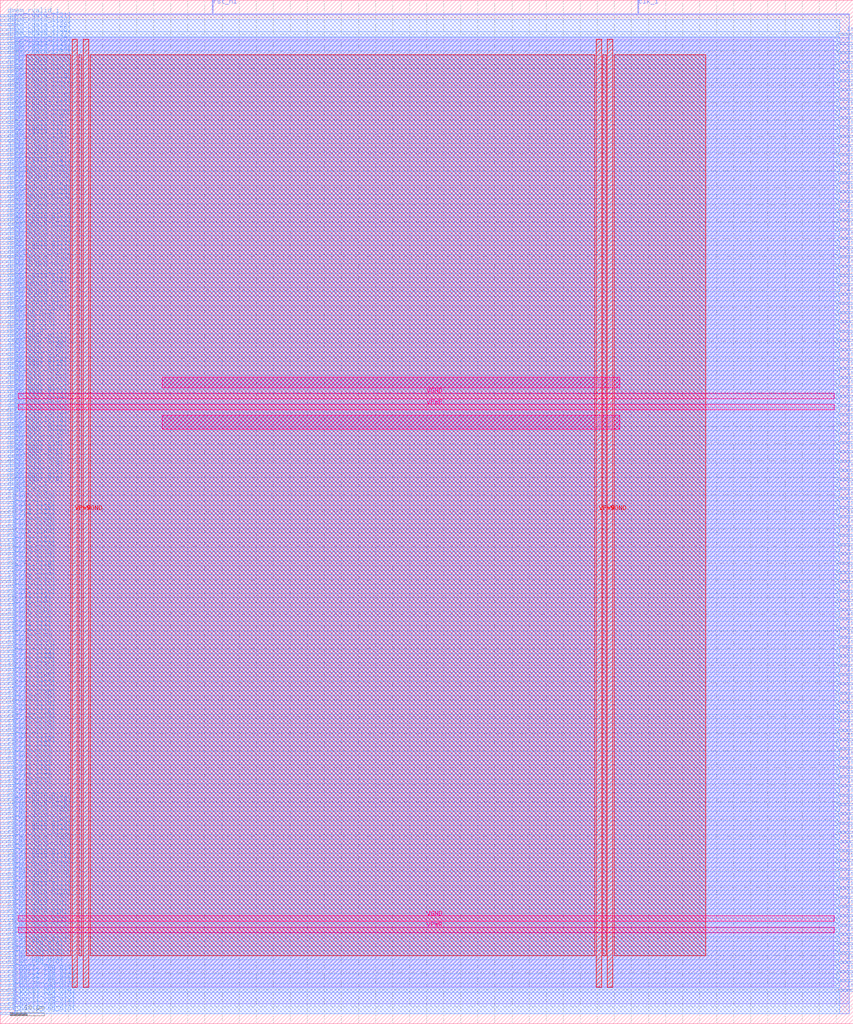
<source format=lef>
VERSION 5.7 ;
  NOWIREEXTENSIONATPIN ON ;
  DIVIDERCHAR "/" ;
  BUSBITCHARS "[]" ;
MACRO core
  CLASS BLOCK ;
  FOREIGN core ;
  ORIGIN 0.000 0.000 ;
  SIZE 250.000 BY 300.000 ;
  PIN VGND
    USE GROUND ;
    PORT
      LAYER met5 ;
        RECT 5.280 183.210 244.500 184.810 ;
    END
    PORT
      LAYER met5 ;
        RECT 5.280 30.030 244.500 31.630 ;
    END
    PORT
      LAYER met4 ;
        RECT 177.940 10.640 179.540 288.560 ;
    END
    PORT
      LAYER met4 ;
        RECT 24.340 10.640 25.940 288.560 ;
    END
  END VGND
  PIN VPWR
    USE POWER ;
    PORT
      LAYER met5 ;
        RECT 5.280 179.910 244.500 181.510 ;
    END
    PORT
      LAYER met5 ;
        RECT 5.280 26.730 244.500 28.330 ;
    END
    PORT
      LAYER met4 ;
        RECT 174.640 10.640 176.240 288.560 ;
    END
    PORT
      LAYER met4 ;
        RECT 21.040 10.640 22.640 288.560 ;
    END
  END VPWR
  PIN clk_i
    PORT
      LAYER met2 ;
        RECT 186.850 296.000 187.130 300.000 ;
    END
  END clk_i
  PIN dmem_addr_o[0]
    PORT
      LAYER met3 ;
        RECT 0.000 157.800 4.000 158.400 ;
    END
  END dmem_addr_o[0]
  PIN dmem_addr_o[10]
    PORT
      LAYER met3 ;
        RECT 0.000 171.400 4.000 172.000 ;
    END
  END dmem_addr_o[10]
  PIN dmem_addr_o[11]
    PORT
      LAYER met3 ;
        RECT 0.000 172.760 4.000 173.360 ;
    END
  END dmem_addr_o[11]
  PIN dmem_addr_o[12]
    PORT
      LAYER met3 ;
        RECT 0.000 174.120 4.000 174.720 ;
    END
  END dmem_addr_o[12]
  PIN dmem_addr_o[13]
    PORT
      LAYER met3 ;
        RECT 0.000 175.480 4.000 176.080 ;
    END
  END dmem_addr_o[13]
  PIN dmem_addr_o[14]
    PORT
      LAYER met3 ;
        RECT 0.000 176.840 4.000 177.440 ;
    END
  END dmem_addr_o[14]
  PIN dmem_addr_o[15]
    PORT
      LAYER met3 ;
        RECT 0.000 178.200 4.000 178.800 ;
    END
  END dmem_addr_o[15]
  PIN dmem_addr_o[16]
    PORT
      LAYER met3 ;
        RECT 0.000 179.560 4.000 180.160 ;
    END
  END dmem_addr_o[16]
  PIN dmem_addr_o[17]
    PORT
      LAYER met3 ;
        RECT 0.000 180.920 4.000 181.520 ;
    END
  END dmem_addr_o[17]
  PIN dmem_addr_o[18]
    PORT
      LAYER met3 ;
        RECT 0.000 182.280 4.000 182.880 ;
    END
  END dmem_addr_o[18]
  PIN dmem_addr_o[19]
    PORT
      LAYER met3 ;
        RECT 0.000 183.640 4.000 184.240 ;
    END
  END dmem_addr_o[19]
  PIN dmem_addr_o[1]
    PORT
      LAYER met3 ;
        RECT 0.000 159.160 4.000 159.760 ;
    END
  END dmem_addr_o[1]
  PIN dmem_addr_o[20]
    PORT
      LAYER met3 ;
        RECT 0.000 185.000 4.000 185.600 ;
    END
  END dmem_addr_o[20]
  PIN dmem_addr_o[21]
    PORT
      LAYER met3 ;
        RECT 0.000 186.360 4.000 186.960 ;
    END
  END dmem_addr_o[21]
  PIN dmem_addr_o[22]
    PORT
      LAYER met3 ;
        RECT 0.000 187.720 4.000 188.320 ;
    END
  END dmem_addr_o[22]
  PIN dmem_addr_o[23]
    PORT
      LAYER met3 ;
        RECT 0.000 189.080 4.000 189.680 ;
    END
  END dmem_addr_o[23]
  PIN dmem_addr_o[24]
    PORT
      LAYER met3 ;
        RECT 0.000 190.440 4.000 191.040 ;
    END
  END dmem_addr_o[24]
  PIN dmem_addr_o[25]
    PORT
      LAYER met3 ;
        RECT 0.000 191.800 4.000 192.400 ;
    END
  END dmem_addr_o[25]
  PIN dmem_addr_o[26]
    PORT
      LAYER met3 ;
        RECT 0.000 193.160 4.000 193.760 ;
    END
  END dmem_addr_o[26]
  PIN dmem_addr_o[27]
    PORT
      LAYER met3 ;
        RECT 0.000 194.520 4.000 195.120 ;
    END
  END dmem_addr_o[27]
  PIN dmem_addr_o[28]
    PORT
      LAYER met3 ;
        RECT 0.000 195.880 4.000 196.480 ;
    END
  END dmem_addr_o[28]
  PIN dmem_addr_o[29]
    PORT
      LAYER met3 ;
        RECT 0.000 197.240 4.000 197.840 ;
    END
  END dmem_addr_o[29]
  PIN dmem_addr_o[2]
    PORT
      LAYER met3 ;
        RECT 0.000 160.520 4.000 161.120 ;
    END
  END dmem_addr_o[2]
  PIN dmem_addr_o[30]
    PORT
      LAYER met3 ;
        RECT 0.000 198.600 4.000 199.200 ;
    END
  END dmem_addr_o[30]
  PIN dmem_addr_o[31]
    PORT
      LAYER met3 ;
        RECT 0.000 199.960 4.000 200.560 ;
    END
  END dmem_addr_o[31]
  PIN dmem_addr_o[3]
    PORT
      LAYER met3 ;
        RECT 0.000 161.880 4.000 162.480 ;
    END
  END dmem_addr_o[3]
  PIN dmem_addr_o[4]
    PORT
      LAYER met3 ;
        RECT 0.000 163.240 4.000 163.840 ;
    END
  END dmem_addr_o[4]
  PIN dmem_addr_o[5]
    PORT
      LAYER met3 ;
        RECT 0.000 164.600 4.000 165.200 ;
    END
  END dmem_addr_o[5]
  PIN dmem_addr_o[6]
    PORT
      LAYER met3 ;
        RECT 0.000 165.960 4.000 166.560 ;
    END
  END dmem_addr_o[6]
  PIN dmem_addr_o[7]
    PORT
      LAYER met3 ;
        RECT 0.000 167.320 4.000 167.920 ;
    END
  END dmem_addr_o[7]
  PIN dmem_addr_o[8]
    PORT
      LAYER met3 ;
        RECT 0.000 168.680 4.000 169.280 ;
    END
  END dmem_addr_o[8]
  PIN dmem_addr_o[9]
    PORT
      LAYER met3 ;
        RECT 0.000 170.040 4.000 170.640 ;
    END
  END dmem_addr_o[9]
  PIN dmem_be_o[0]
    PORT
      LAYER met3 ;
        RECT 0.000 202.680 4.000 203.280 ;
    END
  END dmem_be_o[0]
  PIN dmem_be_o[1]
    PORT
      LAYER met3 ;
        RECT 0.000 204.040 4.000 204.640 ;
    END
  END dmem_be_o[1]
  PIN dmem_be_o[2]
    PORT
      LAYER met3 ;
        RECT 0.000 205.400 4.000 206.000 ;
    END
  END dmem_be_o[2]
  PIN dmem_be_o[3]
    PORT
      LAYER met3 ;
        RECT 0.000 206.760 4.000 207.360 ;
    END
  END dmem_be_o[3]
  PIN dmem_gnt_i
    PORT
      LAYER met3 ;
        RECT 0.000 156.440 4.000 157.040 ;
    END
  END dmem_gnt_i
  PIN dmem_rdata_i[0]
    PORT
      LAYER met3 ;
        RECT 0.000 251.640 4.000 252.240 ;
    END
  END dmem_rdata_i[0]
  PIN dmem_rdata_i[10]
    PORT
      LAYER met3 ;
        RECT 0.000 265.240 4.000 265.840 ;
    END
  END dmem_rdata_i[10]
  PIN dmem_rdata_i[11]
    PORT
      LAYER met3 ;
        RECT 0.000 266.600 4.000 267.200 ;
    END
  END dmem_rdata_i[11]
  PIN dmem_rdata_i[12]
    PORT
      LAYER met3 ;
        RECT 0.000 267.960 4.000 268.560 ;
    END
  END dmem_rdata_i[12]
  PIN dmem_rdata_i[13]
    PORT
      LAYER met3 ;
        RECT 0.000 269.320 4.000 269.920 ;
    END
  END dmem_rdata_i[13]
  PIN dmem_rdata_i[14]
    PORT
      LAYER met3 ;
        RECT 0.000 270.680 4.000 271.280 ;
    END
  END dmem_rdata_i[14]
  PIN dmem_rdata_i[15]
    PORT
      LAYER met3 ;
        RECT 0.000 272.040 4.000 272.640 ;
    END
  END dmem_rdata_i[15]
  PIN dmem_rdata_i[16]
    PORT
      LAYER met3 ;
        RECT 0.000 273.400 4.000 274.000 ;
    END
  END dmem_rdata_i[16]
  PIN dmem_rdata_i[17]
    PORT
      LAYER met3 ;
        RECT 0.000 274.760 4.000 275.360 ;
    END
  END dmem_rdata_i[17]
  PIN dmem_rdata_i[18]
    PORT
      LAYER met3 ;
        RECT 0.000 276.120 4.000 276.720 ;
    END
  END dmem_rdata_i[18]
  PIN dmem_rdata_i[19]
    PORT
      LAYER met3 ;
        RECT 0.000 277.480 4.000 278.080 ;
    END
  END dmem_rdata_i[19]
  PIN dmem_rdata_i[1]
    PORT
      LAYER met3 ;
        RECT 0.000 253.000 4.000 253.600 ;
    END
  END dmem_rdata_i[1]
  PIN dmem_rdata_i[20]
    PORT
      LAYER met3 ;
        RECT 0.000 278.840 4.000 279.440 ;
    END
  END dmem_rdata_i[20]
  PIN dmem_rdata_i[21]
    PORT
      LAYER met3 ;
        RECT 0.000 280.200 4.000 280.800 ;
    END
  END dmem_rdata_i[21]
  PIN dmem_rdata_i[22]
    PORT
      LAYER met3 ;
        RECT 0.000 281.560 4.000 282.160 ;
    END
  END dmem_rdata_i[22]
  PIN dmem_rdata_i[23]
    PORT
      LAYER met3 ;
        RECT 0.000 282.920 4.000 283.520 ;
    END
  END dmem_rdata_i[23]
  PIN dmem_rdata_i[24]
    PORT
      LAYER met3 ;
        RECT 0.000 284.280 4.000 284.880 ;
    END
  END dmem_rdata_i[24]
  PIN dmem_rdata_i[25]
    PORT
      LAYER met3 ;
        RECT 0.000 285.640 4.000 286.240 ;
    END
  END dmem_rdata_i[25]
  PIN dmem_rdata_i[26]
    PORT
      LAYER met3 ;
        RECT 0.000 287.000 4.000 287.600 ;
    END
  END dmem_rdata_i[26]
  PIN dmem_rdata_i[27]
    PORT
      LAYER met3 ;
        RECT 0.000 288.360 4.000 288.960 ;
    END
  END dmem_rdata_i[27]
  PIN dmem_rdata_i[28]
    PORT
      LAYER met3 ;
        RECT 0.000 289.720 4.000 290.320 ;
    END
  END dmem_rdata_i[28]
  PIN dmem_rdata_i[29]
    PORT
      LAYER met3 ;
        RECT 0.000 291.080 4.000 291.680 ;
    END
  END dmem_rdata_i[29]
  PIN dmem_rdata_i[2]
    PORT
      LAYER met3 ;
        RECT 0.000 254.360 4.000 254.960 ;
    END
  END dmem_rdata_i[2]
  PIN dmem_rdata_i[30]
    PORT
      LAYER met3 ;
        RECT 0.000 292.440 4.000 293.040 ;
    END
  END dmem_rdata_i[30]
  PIN dmem_rdata_i[31]
    PORT
      LAYER met3 ;
        RECT 0.000 293.800 4.000 294.400 ;
    END
  END dmem_rdata_i[31]
  PIN dmem_rdata_i[3]
    PORT
      LAYER met3 ;
        RECT 0.000 255.720 4.000 256.320 ;
    END
  END dmem_rdata_i[3]
  PIN dmem_rdata_i[4]
    PORT
      LAYER met3 ;
        RECT 0.000 257.080 4.000 257.680 ;
    END
  END dmem_rdata_i[4]
  PIN dmem_rdata_i[5]
    PORT
      LAYER met3 ;
        RECT 0.000 258.440 4.000 259.040 ;
    END
  END dmem_rdata_i[5]
  PIN dmem_rdata_i[6]
    PORT
      LAYER met3 ;
        RECT 0.000 259.800 4.000 260.400 ;
    END
  END dmem_rdata_i[6]
  PIN dmem_rdata_i[7]
    PORT
      LAYER met3 ;
        RECT 0.000 261.160 4.000 261.760 ;
    END
  END dmem_rdata_i[7]
  PIN dmem_rdata_i[8]
    PORT
      LAYER met3 ;
        RECT 0.000 262.520 4.000 263.120 ;
    END
  END dmem_rdata_i[8]
  PIN dmem_rdata_i[9]
    PORT
      LAYER met3 ;
        RECT 0.000 263.880 4.000 264.480 ;
    END
  END dmem_rdata_i[9]
  PIN dmem_req_o
    PORT
      LAYER met3 ;
        RECT 0.000 155.080 4.000 155.680 ;
    END
  END dmem_req_o
  PIN dmem_rvalid_i
    PORT
      LAYER met3 ;
        RECT 0.000 295.160 4.000 295.760 ;
    END
  END dmem_rvalid_i
  PIN dmem_wdata_o[0]
    PORT
      LAYER met3 ;
        RECT 0.000 208.120 4.000 208.720 ;
    END
  END dmem_wdata_o[0]
  PIN dmem_wdata_o[10]
    PORT
      LAYER met3 ;
        RECT 0.000 221.720 4.000 222.320 ;
    END
  END dmem_wdata_o[10]
  PIN dmem_wdata_o[11]
    PORT
      LAYER met3 ;
        RECT 0.000 223.080 4.000 223.680 ;
    END
  END dmem_wdata_o[11]
  PIN dmem_wdata_o[12]
    PORT
      LAYER met3 ;
        RECT 0.000 224.440 4.000 225.040 ;
    END
  END dmem_wdata_o[12]
  PIN dmem_wdata_o[13]
    PORT
      LAYER met3 ;
        RECT 0.000 225.800 4.000 226.400 ;
    END
  END dmem_wdata_o[13]
  PIN dmem_wdata_o[14]
    PORT
      LAYER met3 ;
        RECT 0.000 227.160 4.000 227.760 ;
    END
  END dmem_wdata_o[14]
  PIN dmem_wdata_o[15]
    PORT
      LAYER met3 ;
        RECT 0.000 228.520 4.000 229.120 ;
    END
  END dmem_wdata_o[15]
  PIN dmem_wdata_o[16]
    PORT
      LAYER met3 ;
        RECT 0.000 229.880 4.000 230.480 ;
    END
  END dmem_wdata_o[16]
  PIN dmem_wdata_o[17]
    PORT
      LAYER met3 ;
        RECT 0.000 231.240 4.000 231.840 ;
    END
  END dmem_wdata_o[17]
  PIN dmem_wdata_o[18]
    PORT
      LAYER met3 ;
        RECT 0.000 232.600 4.000 233.200 ;
    END
  END dmem_wdata_o[18]
  PIN dmem_wdata_o[19]
    PORT
      LAYER met3 ;
        RECT 0.000 233.960 4.000 234.560 ;
    END
  END dmem_wdata_o[19]
  PIN dmem_wdata_o[1]
    PORT
      LAYER met3 ;
        RECT 0.000 209.480 4.000 210.080 ;
    END
  END dmem_wdata_o[1]
  PIN dmem_wdata_o[20]
    PORT
      LAYER met3 ;
        RECT 0.000 235.320 4.000 235.920 ;
    END
  END dmem_wdata_o[20]
  PIN dmem_wdata_o[21]
    PORT
      LAYER met3 ;
        RECT 0.000 236.680 4.000 237.280 ;
    END
  END dmem_wdata_o[21]
  PIN dmem_wdata_o[22]
    PORT
      LAYER met3 ;
        RECT 0.000 238.040 4.000 238.640 ;
    END
  END dmem_wdata_o[22]
  PIN dmem_wdata_o[23]
    PORT
      LAYER met3 ;
        RECT 0.000 239.400 4.000 240.000 ;
    END
  END dmem_wdata_o[23]
  PIN dmem_wdata_o[24]
    PORT
      LAYER met3 ;
        RECT 0.000 240.760 4.000 241.360 ;
    END
  END dmem_wdata_o[24]
  PIN dmem_wdata_o[25]
    PORT
      LAYER met3 ;
        RECT 0.000 242.120 4.000 242.720 ;
    END
  END dmem_wdata_o[25]
  PIN dmem_wdata_o[26]
    PORT
      LAYER met3 ;
        RECT 0.000 243.480 4.000 244.080 ;
    END
  END dmem_wdata_o[26]
  PIN dmem_wdata_o[27]
    PORT
      LAYER met3 ;
        RECT 0.000 244.840 4.000 245.440 ;
    END
  END dmem_wdata_o[27]
  PIN dmem_wdata_o[28]
    PORT
      LAYER met3 ;
        RECT 0.000 246.200 4.000 246.800 ;
    END
  END dmem_wdata_o[28]
  PIN dmem_wdata_o[29]
    PORT
      LAYER met3 ;
        RECT 0.000 247.560 4.000 248.160 ;
    END
  END dmem_wdata_o[29]
  PIN dmem_wdata_o[2]
    PORT
      LAYER met3 ;
        RECT 0.000 210.840 4.000 211.440 ;
    END
  END dmem_wdata_o[2]
  PIN dmem_wdata_o[30]
    PORT
      LAYER met3 ;
        RECT 0.000 248.920 4.000 249.520 ;
    END
  END dmem_wdata_o[30]
  PIN dmem_wdata_o[31]
    PORT
      LAYER met3 ;
        RECT 0.000 250.280 4.000 250.880 ;
    END
  END dmem_wdata_o[31]
  PIN dmem_wdata_o[3]
    PORT
      LAYER met3 ;
        RECT 0.000 212.200 4.000 212.800 ;
    END
  END dmem_wdata_o[3]
  PIN dmem_wdata_o[4]
    PORT
      LAYER met3 ;
        RECT 0.000 213.560 4.000 214.160 ;
    END
  END dmem_wdata_o[4]
  PIN dmem_wdata_o[5]
    PORT
      LAYER met3 ;
        RECT 0.000 214.920 4.000 215.520 ;
    END
  END dmem_wdata_o[5]
  PIN dmem_wdata_o[6]
    PORT
      LAYER met3 ;
        RECT 0.000 216.280 4.000 216.880 ;
    END
  END dmem_wdata_o[6]
  PIN dmem_wdata_o[7]
    PORT
      LAYER met3 ;
        RECT 0.000 217.640 4.000 218.240 ;
    END
  END dmem_wdata_o[7]
  PIN dmem_wdata_o[8]
    PORT
      LAYER met3 ;
        RECT 0.000 219.000 4.000 219.600 ;
    END
  END dmem_wdata_o[8]
  PIN dmem_wdata_o[9]
    PORT
      LAYER met3 ;
        RECT 0.000 220.360 4.000 220.960 ;
    END
  END dmem_wdata_o[9]
  PIN dmem_we_o
    PORT
      LAYER met3 ;
        RECT 0.000 201.320 4.000 201.920 ;
    END
  END dmem_we_o
  PIN imem_addr_o[0]
    PORT
      LAYER met3 ;
        RECT 246.000 15.000 250.000 15.600 ;
    END
  END imem_addr_o[0]
  PIN imem_addr_o[10]
    PORT
      LAYER met3 ;
        RECT 246.000 42.200 250.000 42.800 ;
    END
  END imem_addr_o[10]
  PIN imem_addr_o[11]
    PORT
      LAYER met3 ;
        RECT 246.000 44.920 250.000 45.520 ;
    END
  END imem_addr_o[11]
  PIN imem_addr_o[12]
    PORT
      LAYER met3 ;
        RECT 246.000 47.640 250.000 48.240 ;
    END
  END imem_addr_o[12]
  PIN imem_addr_o[13]
    PORT
      LAYER met3 ;
        RECT 246.000 50.360 250.000 50.960 ;
    END
  END imem_addr_o[13]
  PIN imem_addr_o[14]
    PORT
      LAYER met3 ;
        RECT 246.000 53.080 250.000 53.680 ;
    END
  END imem_addr_o[14]
  PIN imem_addr_o[15]
    PORT
      LAYER met3 ;
        RECT 246.000 55.800 250.000 56.400 ;
    END
  END imem_addr_o[15]
  PIN imem_addr_o[16]
    PORT
      LAYER met3 ;
        RECT 246.000 58.520 250.000 59.120 ;
    END
  END imem_addr_o[16]
  PIN imem_addr_o[17]
    PORT
      LAYER met3 ;
        RECT 246.000 61.240 250.000 61.840 ;
    END
  END imem_addr_o[17]
  PIN imem_addr_o[18]
    PORT
      LAYER met3 ;
        RECT 246.000 63.960 250.000 64.560 ;
    END
  END imem_addr_o[18]
  PIN imem_addr_o[19]
    PORT
      LAYER met3 ;
        RECT 246.000 66.680 250.000 67.280 ;
    END
  END imem_addr_o[19]
  PIN imem_addr_o[1]
    PORT
      LAYER met3 ;
        RECT 246.000 17.720 250.000 18.320 ;
    END
  END imem_addr_o[1]
  PIN imem_addr_o[20]
    PORT
      LAYER met3 ;
        RECT 246.000 69.400 250.000 70.000 ;
    END
  END imem_addr_o[20]
  PIN imem_addr_o[21]
    PORT
      LAYER met3 ;
        RECT 246.000 72.120 250.000 72.720 ;
    END
  END imem_addr_o[21]
  PIN imem_addr_o[22]
    PORT
      LAYER met3 ;
        RECT 246.000 74.840 250.000 75.440 ;
    END
  END imem_addr_o[22]
  PIN imem_addr_o[23]
    PORT
      LAYER met3 ;
        RECT 246.000 77.560 250.000 78.160 ;
    END
  END imem_addr_o[23]
  PIN imem_addr_o[24]
    PORT
      LAYER met3 ;
        RECT 246.000 80.280 250.000 80.880 ;
    END
  END imem_addr_o[24]
  PIN imem_addr_o[25]
    PORT
      LAYER met3 ;
        RECT 246.000 83.000 250.000 83.600 ;
    END
  END imem_addr_o[25]
  PIN imem_addr_o[26]
    PORT
      LAYER met3 ;
        RECT 246.000 85.720 250.000 86.320 ;
    END
  END imem_addr_o[26]
  PIN imem_addr_o[27]
    PORT
      LAYER met3 ;
        RECT 246.000 88.440 250.000 89.040 ;
    END
  END imem_addr_o[27]
  PIN imem_addr_o[28]
    PORT
      LAYER met3 ;
        RECT 246.000 91.160 250.000 91.760 ;
    END
  END imem_addr_o[28]
  PIN imem_addr_o[29]
    PORT
      LAYER met3 ;
        RECT 246.000 93.880 250.000 94.480 ;
    END
  END imem_addr_o[29]
  PIN imem_addr_o[2]
    PORT
      LAYER met3 ;
        RECT 246.000 20.440 250.000 21.040 ;
    END
  END imem_addr_o[2]
  PIN imem_addr_o[30]
    PORT
      LAYER met3 ;
        RECT 246.000 96.600 250.000 97.200 ;
    END
  END imem_addr_o[30]
  PIN imem_addr_o[31]
    PORT
      LAYER met3 ;
        RECT 246.000 99.320 250.000 99.920 ;
    END
  END imem_addr_o[31]
  PIN imem_addr_o[3]
    PORT
      LAYER met3 ;
        RECT 246.000 23.160 250.000 23.760 ;
    END
  END imem_addr_o[3]
  PIN imem_addr_o[4]
    PORT
      LAYER met3 ;
        RECT 246.000 25.880 250.000 26.480 ;
    END
  END imem_addr_o[4]
  PIN imem_addr_o[5]
    PORT
      LAYER met3 ;
        RECT 246.000 28.600 250.000 29.200 ;
    END
  END imem_addr_o[5]
  PIN imem_addr_o[6]
    PORT
      LAYER met3 ;
        RECT 246.000 31.320 250.000 31.920 ;
    END
  END imem_addr_o[6]
  PIN imem_addr_o[7]
    PORT
      LAYER met3 ;
        RECT 246.000 34.040 250.000 34.640 ;
    END
  END imem_addr_o[7]
  PIN imem_addr_o[8]
    PORT
      LAYER met3 ;
        RECT 246.000 36.760 250.000 37.360 ;
    END
  END imem_addr_o[8]
  PIN imem_addr_o[9]
    PORT
      LAYER met3 ;
        RECT 246.000 39.480 250.000 40.080 ;
    END
  END imem_addr_o[9]
  PIN imem_be_o[0]
    PORT
      LAYER met3 ;
        RECT 246.000 104.760 250.000 105.360 ;
    END
  END imem_be_o[0]
  PIN imem_be_o[1]
    PORT
      LAYER met3 ;
        RECT 246.000 107.480 250.000 108.080 ;
    END
  END imem_be_o[1]
  PIN imem_be_o[2]
    PORT
      LAYER met3 ;
        RECT 246.000 110.200 250.000 110.800 ;
    END
  END imem_be_o[2]
  PIN imem_be_o[3]
    PORT
      LAYER met3 ;
        RECT 246.000 112.920 250.000 113.520 ;
    END
  END imem_be_o[3]
  PIN imem_gnt_i
    PORT
      LAYER met3 ;
        RECT 246.000 12.280 250.000 12.880 ;
    END
  END imem_gnt_i
  PIN imem_rdata_i[0]
    PORT
      LAYER met3 ;
        RECT 246.000 205.400 250.000 206.000 ;
    END
  END imem_rdata_i[0]
  PIN imem_rdata_i[10]
    PORT
      LAYER met3 ;
        RECT 246.000 232.600 250.000 233.200 ;
    END
  END imem_rdata_i[10]
  PIN imem_rdata_i[11]
    PORT
      LAYER met3 ;
        RECT 246.000 235.320 250.000 235.920 ;
    END
  END imem_rdata_i[11]
  PIN imem_rdata_i[12]
    PORT
      LAYER met3 ;
        RECT 246.000 238.040 250.000 238.640 ;
    END
  END imem_rdata_i[12]
  PIN imem_rdata_i[13]
    PORT
      LAYER met3 ;
        RECT 246.000 240.760 250.000 241.360 ;
    END
  END imem_rdata_i[13]
  PIN imem_rdata_i[14]
    PORT
      LAYER met3 ;
        RECT 246.000 243.480 250.000 244.080 ;
    END
  END imem_rdata_i[14]
  PIN imem_rdata_i[15]
    PORT
      LAYER met3 ;
        RECT 246.000 246.200 250.000 246.800 ;
    END
  END imem_rdata_i[15]
  PIN imem_rdata_i[16]
    PORT
      LAYER met3 ;
        RECT 246.000 248.920 250.000 249.520 ;
    END
  END imem_rdata_i[16]
  PIN imem_rdata_i[17]
    PORT
      LAYER met3 ;
        RECT 246.000 251.640 250.000 252.240 ;
    END
  END imem_rdata_i[17]
  PIN imem_rdata_i[18]
    PORT
      LAYER met3 ;
        RECT 246.000 254.360 250.000 254.960 ;
    END
  END imem_rdata_i[18]
  PIN imem_rdata_i[19]
    PORT
      LAYER met3 ;
        RECT 246.000 257.080 250.000 257.680 ;
    END
  END imem_rdata_i[19]
  PIN imem_rdata_i[1]
    PORT
      LAYER met3 ;
        RECT 246.000 208.120 250.000 208.720 ;
    END
  END imem_rdata_i[1]
  PIN imem_rdata_i[20]
    PORT
      LAYER met3 ;
        RECT 246.000 259.800 250.000 260.400 ;
    END
  END imem_rdata_i[20]
  PIN imem_rdata_i[21]
    PORT
      LAYER met3 ;
        RECT 246.000 262.520 250.000 263.120 ;
    END
  END imem_rdata_i[21]
  PIN imem_rdata_i[22]
    PORT
      LAYER met3 ;
        RECT 246.000 265.240 250.000 265.840 ;
    END
  END imem_rdata_i[22]
  PIN imem_rdata_i[23]
    PORT
      LAYER met3 ;
        RECT 246.000 267.960 250.000 268.560 ;
    END
  END imem_rdata_i[23]
  PIN imem_rdata_i[24]
    PORT
      LAYER met3 ;
        RECT 246.000 270.680 250.000 271.280 ;
    END
  END imem_rdata_i[24]
  PIN imem_rdata_i[25]
    PORT
      LAYER met3 ;
        RECT 246.000 273.400 250.000 274.000 ;
    END
  END imem_rdata_i[25]
  PIN imem_rdata_i[26]
    PORT
      LAYER met3 ;
        RECT 246.000 276.120 250.000 276.720 ;
    END
  END imem_rdata_i[26]
  PIN imem_rdata_i[27]
    PORT
      LAYER met3 ;
        RECT 246.000 278.840 250.000 279.440 ;
    END
  END imem_rdata_i[27]
  PIN imem_rdata_i[28]
    PORT
      LAYER met3 ;
        RECT 246.000 281.560 250.000 282.160 ;
    END
  END imem_rdata_i[28]
  PIN imem_rdata_i[29]
    PORT
      LAYER met3 ;
        RECT 246.000 284.280 250.000 284.880 ;
    END
  END imem_rdata_i[29]
  PIN imem_rdata_i[2]
    PORT
      LAYER met3 ;
        RECT 246.000 210.840 250.000 211.440 ;
    END
  END imem_rdata_i[2]
  PIN imem_rdata_i[30]
    PORT
      LAYER met3 ;
        RECT 246.000 287.000 250.000 287.600 ;
    END
  END imem_rdata_i[30]
  PIN imem_rdata_i[31]
    PORT
      LAYER met3 ;
        RECT 246.000 289.720 250.000 290.320 ;
    END
  END imem_rdata_i[31]
  PIN imem_rdata_i[3]
    PORT
      LAYER met3 ;
        RECT 246.000 213.560 250.000 214.160 ;
    END
  END imem_rdata_i[3]
  PIN imem_rdata_i[4]
    PORT
      LAYER met3 ;
        RECT 246.000 216.280 250.000 216.880 ;
    END
  END imem_rdata_i[4]
  PIN imem_rdata_i[5]
    PORT
      LAYER met3 ;
        RECT 246.000 219.000 250.000 219.600 ;
    END
  END imem_rdata_i[5]
  PIN imem_rdata_i[6]
    PORT
      LAYER met3 ;
        RECT 246.000 221.720 250.000 222.320 ;
    END
  END imem_rdata_i[6]
  PIN imem_rdata_i[7]
    PORT
      LAYER met3 ;
        RECT 246.000 224.440 250.000 225.040 ;
    END
  END imem_rdata_i[7]
  PIN imem_rdata_i[8]
    PORT
      LAYER met3 ;
        RECT 246.000 227.160 250.000 227.760 ;
    END
  END imem_rdata_i[8]
  PIN imem_rdata_i[9]
    PORT
      LAYER met3 ;
        RECT 246.000 229.880 250.000 230.480 ;
    END
  END imem_rdata_i[9]
  PIN imem_req_o
    PORT
      LAYER met3 ;
        RECT 246.000 9.560 250.000 10.160 ;
    END
  END imem_req_o
  PIN imem_rvalid_i
    PORT
      LAYER met3 ;
        RECT 246.000 202.680 250.000 203.280 ;
    END
  END imem_rvalid_i
  PIN imem_wdata_o[0]
    PORT
      LAYER met3 ;
        RECT 246.000 115.640 250.000 116.240 ;
    END
  END imem_wdata_o[0]
  PIN imem_wdata_o[10]
    PORT
      LAYER met3 ;
        RECT 246.000 142.840 250.000 143.440 ;
    END
  END imem_wdata_o[10]
  PIN imem_wdata_o[11]
    PORT
      LAYER met3 ;
        RECT 246.000 145.560 250.000 146.160 ;
    END
  END imem_wdata_o[11]
  PIN imem_wdata_o[12]
    PORT
      LAYER met3 ;
        RECT 246.000 148.280 250.000 148.880 ;
    END
  END imem_wdata_o[12]
  PIN imem_wdata_o[13]
    PORT
      LAYER met3 ;
        RECT 246.000 151.000 250.000 151.600 ;
    END
  END imem_wdata_o[13]
  PIN imem_wdata_o[14]
    PORT
      LAYER met3 ;
        RECT 246.000 153.720 250.000 154.320 ;
    END
  END imem_wdata_o[14]
  PIN imem_wdata_o[15]
    PORT
      LAYER met3 ;
        RECT 246.000 156.440 250.000 157.040 ;
    END
  END imem_wdata_o[15]
  PIN imem_wdata_o[16]
    PORT
      LAYER met3 ;
        RECT 246.000 159.160 250.000 159.760 ;
    END
  END imem_wdata_o[16]
  PIN imem_wdata_o[17]
    PORT
      LAYER met3 ;
        RECT 246.000 161.880 250.000 162.480 ;
    END
  END imem_wdata_o[17]
  PIN imem_wdata_o[18]
    PORT
      LAYER met3 ;
        RECT 246.000 164.600 250.000 165.200 ;
    END
  END imem_wdata_o[18]
  PIN imem_wdata_o[19]
    PORT
      LAYER met3 ;
        RECT 246.000 167.320 250.000 167.920 ;
    END
  END imem_wdata_o[19]
  PIN imem_wdata_o[1]
    PORT
      LAYER met3 ;
        RECT 246.000 118.360 250.000 118.960 ;
    END
  END imem_wdata_o[1]
  PIN imem_wdata_o[20]
    PORT
      LAYER met3 ;
        RECT 246.000 170.040 250.000 170.640 ;
    END
  END imem_wdata_o[20]
  PIN imem_wdata_o[21]
    PORT
      LAYER met3 ;
        RECT 246.000 172.760 250.000 173.360 ;
    END
  END imem_wdata_o[21]
  PIN imem_wdata_o[22]
    PORT
      LAYER met3 ;
        RECT 246.000 175.480 250.000 176.080 ;
    END
  END imem_wdata_o[22]
  PIN imem_wdata_o[23]
    PORT
      LAYER met3 ;
        RECT 246.000 178.200 250.000 178.800 ;
    END
  END imem_wdata_o[23]
  PIN imem_wdata_o[24]
    PORT
      LAYER met3 ;
        RECT 246.000 180.920 250.000 181.520 ;
    END
  END imem_wdata_o[24]
  PIN imem_wdata_o[25]
    PORT
      LAYER met3 ;
        RECT 246.000 183.640 250.000 184.240 ;
    END
  END imem_wdata_o[25]
  PIN imem_wdata_o[26]
    PORT
      LAYER met3 ;
        RECT 246.000 186.360 250.000 186.960 ;
    END
  END imem_wdata_o[26]
  PIN imem_wdata_o[27]
    PORT
      LAYER met3 ;
        RECT 246.000 189.080 250.000 189.680 ;
    END
  END imem_wdata_o[27]
  PIN imem_wdata_o[28]
    PORT
      LAYER met3 ;
        RECT 246.000 191.800 250.000 192.400 ;
    END
  END imem_wdata_o[28]
  PIN imem_wdata_o[29]
    PORT
      LAYER met3 ;
        RECT 246.000 194.520 250.000 195.120 ;
    END
  END imem_wdata_o[29]
  PIN imem_wdata_o[2]
    PORT
      LAYER met3 ;
        RECT 246.000 121.080 250.000 121.680 ;
    END
  END imem_wdata_o[2]
  PIN imem_wdata_o[30]
    PORT
      LAYER met3 ;
        RECT 246.000 197.240 250.000 197.840 ;
    END
  END imem_wdata_o[30]
  PIN imem_wdata_o[31]
    PORT
      LAYER met3 ;
        RECT 246.000 199.960 250.000 200.560 ;
    END
  END imem_wdata_o[31]
  PIN imem_wdata_o[3]
    PORT
      LAYER met3 ;
        RECT 246.000 123.800 250.000 124.400 ;
    END
  END imem_wdata_o[3]
  PIN imem_wdata_o[4]
    PORT
      LAYER met3 ;
        RECT 246.000 126.520 250.000 127.120 ;
    END
  END imem_wdata_o[4]
  PIN imem_wdata_o[5]
    PORT
      LAYER met3 ;
        RECT 246.000 129.240 250.000 129.840 ;
    END
  END imem_wdata_o[5]
  PIN imem_wdata_o[6]
    PORT
      LAYER met3 ;
        RECT 246.000 131.960 250.000 132.560 ;
    END
  END imem_wdata_o[6]
  PIN imem_wdata_o[7]
    PORT
      LAYER met3 ;
        RECT 246.000 134.680 250.000 135.280 ;
    END
  END imem_wdata_o[7]
  PIN imem_wdata_o[8]
    PORT
      LAYER met3 ;
        RECT 246.000 137.400 250.000 138.000 ;
    END
  END imem_wdata_o[8]
  PIN imem_wdata_o[9]
    PORT
      LAYER met3 ;
        RECT 246.000 140.120 250.000 140.720 ;
    END
  END imem_wdata_o[9]
  PIN imem_we_o
    PORT
      LAYER met3 ;
        RECT 246.000 102.040 250.000 102.640 ;
    END
  END imem_we_o
  PIN rf_port1_reg_o[0]
    PORT
      LAYER met3 ;
        RECT 0.000 2.760 4.000 3.360 ;
    END
  END rf_port1_reg_o[0]
  PIN rf_port1_reg_o[1]
    PORT
      LAYER met3 ;
        RECT 0.000 4.120 4.000 4.720 ;
    END
  END rf_port1_reg_o[1]
  PIN rf_port1_reg_o[2]
    PORT
      LAYER met3 ;
        RECT 0.000 5.480 4.000 6.080 ;
    END
  END rf_port1_reg_o[2]
  PIN rf_port1_reg_o[3]
    PORT
      LAYER met3 ;
        RECT 0.000 6.840 4.000 7.440 ;
    END
  END rf_port1_reg_o[3]
  PIN rf_port1_reg_o[4]
    PORT
      LAYER met3 ;
        RECT 0.000 8.200 4.000 8.800 ;
    END
  END rf_port1_reg_o[4]
  PIN rf_port2_reg_o[0]
    PORT
      LAYER met3 ;
        RECT 0.000 9.560 4.000 10.160 ;
    END
  END rf_port2_reg_o[0]
  PIN rf_port2_reg_o[1]
    PORT
      LAYER met3 ;
        RECT 0.000 10.920 4.000 11.520 ;
    END
  END rf_port2_reg_o[1]
  PIN rf_port2_reg_o[2]
    PORT
      LAYER met3 ;
        RECT 0.000 12.280 4.000 12.880 ;
    END
  END rf_port2_reg_o[2]
  PIN rf_port2_reg_o[3]
    PORT
      LAYER met3 ;
        RECT 0.000 13.640 4.000 14.240 ;
    END
  END rf_port2_reg_o[3]
  PIN rf_port2_reg_o[4]
    PORT
      LAYER met3 ;
        RECT 0.000 15.000 4.000 15.600 ;
    END
  END rf_port2_reg_o[4]
  PIN rf_rs1_i[0]
    PORT
      LAYER met3 ;
        RECT 0.000 68.040 4.000 68.640 ;
    END
  END rf_rs1_i[0]
  PIN rf_rs1_i[10]
    PORT
      LAYER met3 ;
        RECT 0.000 81.640 4.000 82.240 ;
    END
  END rf_rs1_i[10]
  PIN rf_rs1_i[11]
    PORT
      LAYER met3 ;
        RECT 0.000 83.000 4.000 83.600 ;
    END
  END rf_rs1_i[11]
  PIN rf_rs1_i[12]
    PORT
      LAYER met3 ;
        RECT 0.000 84.360 4.000 84.960 ;
    END
  END rf_rs1_i[12]
  PIN rf_rs1_i[13]
    PORT
      LAYER met3 ;
        RECT 0.000 85.720 4.000 86.320 ;
    END
  END rf_rs1_i[13]
  PIN rf_rs1_i[14]
    PORT
      LAYER met3 ;
        RECT 0.000 87.080 4.000 87.680 ;
    END
  END rf_rs1_i[14]
  PIN rf_rs1_i[15]
    PORT
      LAYER met3 ;
        RECT 0.000 88.440 4.000 89.040 ;
    END
  END rf_rs1_i[15]
  PIN rf_rs1_i[16]
    PORT
      LAYER met3 ;
        RECT 0.000 89.800 4.000 90.400 ;
    END
  END rf_rs1_i[16]
  PIN rf_rs1_i[17]
    PORT
      LAYER met3 ;
        RECT 0.000 91.160 4.000 91.760 ;
    END
  END rf_rs1_i[17]
  PIN rf_rs1_i[18]
    PORT
      LAYER met3 ;
        RECT 0.000 92.520 4.000 93.120 ;
    END
  END rf_rs1_i[18]
  PIN rf_rs1_i[19]
    PORT
      LAYER met3 ;
        RECT 0.000 93.880 4.000 94.480 ;
    END
  END rf_rs1_i[19]
  PIN rf_rs1_i[1]
    PORT
      LAYER met3 ;
        RECT 0.000 69.400 4.000 70.000 ;
    END
  END rf_rs1_i[1]
  PIN rf_rs1_i[20]
    PORT
      LAYER met3 ;
        RECT 0.000 95.240 4.000 95.840 ;
    END
  END rf_rs1_i[20]
  PIN rf_rs1_i[21]
    PORT
      LAYER met3 ;
        RECT 0.000 96.600 4.000 97.200 ;
    END
  END rf_rs1_i[21]
  PIN rf_rs1_i[22]
    PORT
      LAYER met3 ;
        RECT 0.000 97.960 4.000 98.560 ;
    END
  END rf_rs1_i[22]
  PIN rf_rs1_i[23]
    PORT
      LAYER met3 ;
        RECT 0.000 99.320 4.000 99.920 ;
    END
  END rf_rs1_i[23]
  PIN rf_rs1_i[24]
    PORT
      LAYER met3 ;
        RECT 0.000 100.680 4.000 101.280 ;
    END
  END rf_rs1_i[24]
  PIN rf_rs1_i[25]
    PORT
      LAYER met3 ;
        RECT 0.000 102.040 4.000 102.640 ;
    END
  END rf_rs1_i[25]
  PIN rf_rs1_i[26]
    PORT
      LAYER met3 ;
        RECT 0.000 103.400 4.000 104.000 ;
    END
  END rf_rs1_i[26]
  PIN rf_rs1_i[27]
    PORT
      LAYER met3 ;
        RECT 0.000 104.760 4.000 105.360 ;
    END
  END rf_rs1_i[27]
  PIN rf_rs1_i[28]
    PORT
      LAYER met3 ;
        RECT 0.000 106.120 4.000 106.720 ;
    END
  END rf_rs1_i[28]
  PIN rf_rs1_i[29]
    PORT
      LAYER met3 ;
        RECT 0.000 107.480 4.000 108.080 ;
    END
  END rf_rs1_i[29]
  PIN rf_rs1_i[2]
    PORT
      LAYER met3 ;
        RECT 0.000 70.760 4.000 71.360 ;
    END
  END rf_rs1_i[2]
  PIN rf_rs1_i[30]
    PORT
      LAYER met3 ;
        RECT 0.000 108.840 4.000 109.440 ;
    END
  END rf_rs1_i[30]
  PIN rf_rs1_i[31]
    PORT
      LAYER met3 ;
        RECT 0.000 110.200 4.000 110.800 ;
    END
  END rf_rs1_i[31]
  PIN rf_rs1_i[3]
    PORT
      LAYER met3 ;
        RECT 0.000 72.120 4.000 72.720 ;
    END
  END rf_rs1_i[3]
  PIN rf_rs1_i[4]
    PORT
      LAYER met3 ;
        RECT 0.000 73.480 4.000 74.080 ;
    END
  END rf_rs1_i[4]
  PIN rf_rs1_i[5]
    PORT
      LAYER met3 ;
        RECT 0.000 74.840 4.000 75.440 ;
    END
  END rf_rs1_i[5]
  PIN rf_rs1_i[6]
    PORT
      LAYER met3 ;
        RECT 0.000 76.200 4.000 76.800 ;
    END
  END rf_rs1_i[6]
  PIN rf_rs1_i[7]
    PORT
      LAYER met3 ;
        RECT 0.000 77.560 4.000 78.160 ;
    END
  END rf_rs1_i[7]
  PIN rf_rs1_i[8]
    PORT
      LAYER met3 ;
        RECT 0.000 78.920 4.000 79.520 ;
    END
  END rf_rs1_i[8]
  PIN rf_rs1_i[9]
    PORT
      LAYER met3 ;
        RECT 0.000 80.280 4.000 80.880 ;
    END
  END rf_rs1_i[9]
  PIN rf_rs2_i[0]
    PORT
      LAYER met3 ;
        RECT 0.000 111.560 4.000 112.160 ;
    END
  END rf_rs2_i[0]
  PIN rf_rs2_i[10]
    PORT
      LAYER met3 ;
        RECT 0.000 125.160 4.000 125.760 ;
    END
  END rf_rs2_i[10]
  PIN rf_rs2_i[11]
    PORT
      LAYER met3 ;
        RECT 0.000 126.520 4.000 127.120 ;
    END
  END rf_rs2_i[11]
  PIN rf_rs2_i[12]
    PORT
      LAYER met3 ;
        RECT 0.000 127.880 4.000 128.480 ;
    END
  END rf_rs2_i[12]
  PIN rf_rs2_i[13]
    PORT
      LAYER met3 ;
        RECT 0.000 129.240 4.000 129.840 ;
    END
  END rf_rs2_i[13]
  PIN rf_rs2_i[14]
    PORT
      LAYER met3 ;
        RECT 0.000 130.600 4.000 131.200 ;
    END
  END rf_rs2_i[14]
  PIN rf_rs2_i[15]
    PORT
      LAYER met3 ;
        RECT 0.000 131.960 4.000 132.560 ;
    END
  END rf_rs2_i[15]
  PIN rf_rs2_i[16]
    PORT
      LAYER met3 ;
        RECT 0.000 133.320 4.000 133.920 ;
    END
  END rf_rs2_i[16]
  PIN rf_rs2_i[17]
    PORT
      LAYER met3 ;
        RECT 0.000 134.680 4.000 135.280 ;
    END
  END rf_rs2_i[17]
  PIN rf_rs2_i[18]
    PORT
      LAYER met3 ;
        RECT 0.000 136.040 4.000 136.640 ;
    END
  END rf_rs2_i[18]
  PIN rf_rs2_i[19]
    PORT
      LAYER met3 ;
        RECT 0.000 137.400 4.000 138.000 ;
    END
  END rf_rs2_i[19]
  PIN rf_rs2_i[1]
    PORT
      LAYER met3 ;
        RECT 0.000 112.920 4.000 113.520 ;
    END
  END rf_rs2_i[1]
  PIN rf_rs2_i[20]
    PORT
      LAYER met3 ;
        RECT 0.000 138.760 4.000 139.360 ;
    END
  END rf_rs2_i[20]
  PIN rf_rs2_i[21]
    PORT
      LAYER met3 ;
        RECT 0.000 140.120 4.000 140.720 ;
    END
  END rf_rs2_i[21]
  PIN rf_rs2_i[22]
    PORT
      LAYER met3 ;
        RECT 0.000 141.480 4.000 142.080 ;
    END
  END rf_rs2_i[22]
  PIN rf_rs2_i[23]
    PORT
      LAYER met3 ;
        RECT 0.000 142.840 4.000 143.440 ;
    END
  END rf_rs2_i[23]
  PIN rf_rs2_i[24]
    PORT
      LAYER met3 ;
        RECT 0.000 144.200 4.000 144.800 ;
    END
  END rf_rs2_i[24]
  PIN rf_rs2_i[25]
    PORT
      LAYER met3 ;
        RECT 0.000 145.560 4.000 146.160 ;
    END
  END rf_rs2_i[25]
  PIN rf_rs2_i[26]
    PORT
      LAYER met3 ;
        RECT 0.000 146.920 4.000 147.520 ;
    END
  END rf_rs2_i[26]
  PIN rf_rs2_i[27]
    PORT
      LAYER met3 ;
        RECT 0.000 148.280 4.000 148.880 ;
    END
  END rf_rs2_i[27]
  PIN rf_rs2_i[28]
    PORT
      LAYER met3 ;
        RECT 0.000 149.640 4.000 150.240 ;
    END
  END rf_rs2_i[28]
  PIN rf_rs2_i[29]
    PORT
      LAYER met3 ;
        RECT 0.000 151.000 4.000 151.600 ;
    END
  END rf_rs2_i[29]
  PIN rf_rs2_i[2]
    PORT
      LAYER met3 ;
        RECT 0.000 114.280 4.000 114.880 ;
    END
  END rf_rs2_i[2]
  PIN rf_rs2_i[30]
    PORT
      LAYER met3 ;
        RECT 0.000 152.360 4.000 152.960 ;
    END
  END rf_rs2_i[30]
  PIN rf_rs2_i[31]
    PORT
      LAYER met3 ;
        RECT 0.000 153.720 4.000 154.320 ;
    END
  END rf_rs2_i[31]
  PIN rf_rs2_i[3]
    PORT
      LAYER met3 ;
        RECT 0.000 115.640 4.000 116.240 ;
    END
  END rf_rs2_i[3]
  PIN rf_rs2_i[4]
    PORT
      LAYER met3 ;
        RECT 0.000 117.000 4.000 117.600 ;
    END
  END rf_rs2_i[4]
  PIN rf_rs2_i[5]
    PORT
      LAYER met3 ;
        RECT 0.000 118.360 4.000 118.960 ;
    END
  END rf_rs2_i[5]
  PIN rf_rs2_i[6]
    PORT
      LAYER met3 ;
        RECT 0.000 119.720 4.000 120.320 ;
    END
  END rf_rs2_i[6]
  PIN rf_rs2_i[7]
    PORT
      LAYER met3 ;
        RECT 0.000 121.080 4.000 121.680 ;
    END
  END rf_rs2_i[7]
  PIN rf_rs2_i[8]
    PORT
      LAYER met3 ;
        RECT 0.000 122.440 4.000 123.040 ;
    END
  END rf_rs2_i[8]
  PIN rf_rs2_i[9]
    PORT
      LAYER met3 ;
        RECT 0.000 123.800 4.000 124.400 ;
    END
  END rf_rs2_i[9]
  PIN rf_wr_data_o[0]
    PORT
      LAYER met3 ;
        RECT 0.000 23.160 4.000 23.760 ;
    END
  END rf_wr_data_o[0]
  PIN rf_wr_data_o[10]
    PORT
      LAYER met3 ;
        RECT 0.000 36.760 4.000 37.360 ;
    END
  END rf_wr_data_o[10]
  PIN rf_wr_data_o[11]
    PORT
      LAYER met3 ;
        RECT 0.000 38.120 4.000 38.720 ;
    END
  END rf_wr_data_o[11]
  PIN rf_wr_data_o[12]
    PORT
      LAYER met3 ;
        RECT 0.000 39.480 4.000 40.080 ;
    END
  END rf_wr_data_o[12]
  PIN rf_wr_data_o[13]
    PORT
      LAYER met3 ;
        RECT 0.000 40.840 4.000 41.440 ;
    END
  END rf_wr_data_o[13]
  PIN rf_wr_data_o[14]
    PORT
      LAYER met3 ;
        RECT 0.000 42.200 4.000 42.800 ;
    END
  END rf_wr_data_o[14]
  PIN rf_wr_data_o[15]
    PORT
      LAYER met3 ;
        RECT 0.000 43.560 4.000 44.160 ;
    END
  END rf_wr_data_o[15]
  PIN rf_wr_data_o[16]
    PORT
      LAYER met3 ;
        RECT 0.000 44.920 4.000 45.520 ;
    END
  END rf_wr_data_o[16]
  PIN rf_wr_data_o[17]
    PORT
      LAYER met3 ;
        RECT 0.000 46.280 4.000 46.880 ;
    END
  END rf_wr_data_o[17]
  PIN rf_wr_data_o[18]
    PORT
      LAYER met3 ;
        RECT 0.000 47.640 4.000 48.240 ;
    END
  END rf_wr_data_o[18]
  PIN rf_wr_data_o[19]
    PORT
      LAYER met3 ;
        RECT 0.000 49.000 4.000 49.600 ;
    END
  END rf_wr_data_o[19]
  PIN rf_wr_data_o[1]
    PORT
      LAYER met3 ;
        RECT 0.000 24.520 4.000 25.120 ;
    END
  END rf_wr_data_o[1]
  PIN rf_wr_data_o[20]
    PORT
      LAYER met3 ;
        RECT 0.000 50.360 4.000 50.960 ;
    END
  END rf_wr_data_o[20]
  PIN rf_wr_data_o[21]
    PORT
      LAYER met3 ;
        RECT 0.000 51.720 4.000 52.320 ;
    END
  END rf_wr_data_o[21]
  PIN rf_wr_data_o[22]
    PORT
      LAYER met3 ;
        RECT 0.000 53.080 4.000 53.680 ;
    END
  END rf_wr_data_o[22]
  PIN rf_wr_data_o[23]
    PORT
      LAYER met3 ;
        RECT 0.000 54.440 4.000 55.040 ;
    END
  END rf_wr_data_o[23]
  PIN rf_wr_data_o[24]
    PORT
      LAYER met3 ;
        RECT 0.000 55.800 4.000 56.400 ;
    END
  END rf_wr_data_o[24]
  PIN rf_wr_data_o[25]
    PORT
      LAYER met3 ;
        RECT 0.000 57.160 4.000 57.760 ;
    END
  END rf_wr_data_o[25]
  PIN rf_wr_data_o[26]
    PORT
      LAYER met3 ;
        RECT 0.000 58.520 4.000 59.120 ;
    END
  END rf_wr_data_o[26]
  PIN rf_wr_data_o[27]
    PORT
      LAYER met3 ;
        RECT 0.000 59.880 4.000 60.480 ;
    END
  END rf_wr_data_o[27]
  PIN rf_wr_data_o[28]
    PORT
      LAYER met3 ;
        RECT 0.000 61.240 4.000 61.840 ;
    END
  END rf_wr_data_o[28]
  PIN rf_wr_data_o[29]
    PORT
      LAYER met3 ;
        RECT 0.000 62.600 4.000 63.200 ;
    END
  END rf_wr_data_o[29]
  PIN rf_wr_data_o[2]
    PORT
      LAYER met3 ;
        RECT 0.000 25.880 4.000 26.480 ;
    END
  END rf_wr_data_o[2]
  PIN rf_wr_data_o[30]
    PORT
      LAYER met3 ;
        RECT 0.000 63.960 4.000 64.560 ;
    END
  END rf_wr_data_o[30]
  PIN rf_wr_data_o[31]
    PORT
      LAYER met3 ;
        RECT 0.000 65.320 4.000 65.920 ;
    END
  END rf_wr_data_o[31]
  PIN rf_wr_data_o[3]
    PORT
      LAYER met3 ;
        RECT 0.000 27.240 4.000 27.840 ;
    END
  END rf_wr_data_o[3]
  PIN rf_wr_data_o[4]
    PORT
      LAYER met3 ;
        RECT 0.000 28.600 4.000 29.200 ;
    END
  END rf_wr_data_o[4]
  PIN rf_wr_data_o[5]
    PORT
      LAYER met3 ;
        RECT 0.000 29.960 4.000 30.560 ;
    END
  END rf_wr_data_o[5]
  PIN rf_wr_data_o[6]
    PORT
      LAYER met3 ;
        RECT 0.000 31.320 4.000 31.920 ;
    END
  END rf_wr_data_o[6]
  PIN rf_wr_data_o[7]
    PORT
      LAYER met3 ;
        RECT 0.000 32.680 4.000 33.280 ;
    END
  END rf_wr_data_o[7]
  PIN rf_wr_data_o[8]
    PORT
      LAYER met3 ;
        RECT 0.000 34.040 4.000 34.640 ;
    END
  END rf_wr_data_o[8]
  PIN rf_wr_data_o[9]
    PORT
      LAYER met3 ;
        RECT 0.000 35.400 4.000 36.000 ;
    END
  END rf_wr_data_o[9]
  PIN rf_wr_en_o
    PORT
      LAYER met3 ;
        RECT 0.000 66.680 4.000 67.280 ;
    END
  END rf_wr_en_o
  PIN rf_wr_reg_o[0]
    PORT
      LAYER met3 ;
        RECT 0.000 16.360 4.000 16.960 ;
    END
  END rf_wr_reg_o[0]
  PIN rf_wr_reg_o[1]
    PORT
      LAYER met3 ;
        RECT 0.000 17.720 4.000 18.320 ;
    END
  END rf_wr_reg_o[1]
  PIN rf_wr_reg_o[2]
    PORT
      LAYER met3 ;
        RECT 0.000 19.080 4.000 19.680 ;
    END
  END rf_wr_reg_o[2]
  PIN rf_wr_reg_o[3]
    PORT
      LAYER met3 ;
        RECT 0.000 20.440 4.000 21.040 ;
    END
  END rf_wr_reg_o[3]
  PIN rf_wr_reg_o[4]
    PORT
      LAYER met3 ;
        RECT 0.000 21.800 4.000 22.400 ;
    END
  END rf_wr_reg_o[4]
  PIN rst_ni
    PORT
      LAYER met2 ;
        RECT 62.190 296.000 62.470 300.000 ;
    END
  END rst_ni
  OBS
      LAYER li1 ;
        RECT 5.520 10.795 244.260 288.405 ;
      LAYER met1 ;
        RECT 4.670 5.820 248.790 288.960 ;
      LAYER met2 ;
        RECT 4.300 295.720 61.910 296.000 ;
        RECT 62.750 295.720 186.570 296.000 ;
        RECT 187.410 295.720 248.760 296.000 ;
        RECT 4.300 2.875 248.760 295.720 ;
      LAYER met3 ;
        RECT 4.400 290.720 246.000 294.265 ;
        RECT 4.400 289.320 245.600 290.720 ;
        RECT 4.400 288.000 246.000 289.320 ;
        RECT 4.400 286.600 245.600 288.000 ;
        RECT 4.400 285.280 246.000 286.600 ;
        RECT 4.400 283.880 245.600 285.280 ;
        RECT 4.400 282.560 246.000 283.880 ;
        RECT 4.400 281.160 245.600 282.560 ;
        RECT 4.400 279.840 246.000 281.160 ;
        RECT 4.400 278.440 245.600 279.840 ;
        RECT 4.400 277.120 246.000 278.440 ;
        RECT 4.400 275.720 245.600 277.120 ;
        RECT 4.400 274.400 246.000 275.720 ;
        RECT 4.400 273.000 245.600 274.400 ;
        RECT 4.400 271.680 246.000 273.000 ;
        RECT 4.400 270.280 245.600 271.680 ;
        RECT 4.400 268.960 246.000 270.280 ;
        RECT 4.400 267.560 245.600 268.960 ;
        RECT 4.400 266.240 246.000 267.560 ;
        RECT 4.400 264.840 245.600 266.240 ;
        RECT 4.400 263.520 246.000 264.840 ;
        RECT 4.400 262.120 245.600 263.520 ;
        RECT 4.400 260.800 246.000 262.120 ;
        RECT 4.400 259.400 245.600 260.800 ;
        RECT 4.400 258.080 246.000 259.400 ;
        RECT 4.400 256.680 245.600 258.080 ;
        RECT 4.400 255.360 246.000 256.680 ;
        RECT 4.400 253.960 245.600 255.360 ;
        RECT 4.400 252.640 246.000 253.960 ;
        RECT 4.400 251.240 245.600 252.640 ;
        RECT 4.400 249.920 246.000 251.240 ;
        RECT 4.400 248.520 245.600 249.920 ;
        RECT 4.400 247.200 246.000 248.520 ;
        RECT 4.400 245.800 245.600 247.200 ;
        RECT 4.400 244.480 246.000 245.800 ;
        RECT 4.400 243.080 245.600 244.480 ;
        RECT 4.400 241.760 246.000 243.080 ;
        RECT 4.400 240.360 245.600 241.760 ;
        RECT 4.400 239.040 246.000 240.360 ;
        RECT 4.400 237.640 245.600 239.040 ;
        RECT 4.400 236.320 246.000 237.640 ;
        RECT 4.400 234.920 245.600 236.320 ;
        RECT 4.400 233.600 246.000 234.920 ;
        RECT 4.400 232.200 245.600 233.600 ;
        RECT 4.400 230.880 246.000 232.200 ;
        RECT 4.400 229.480 245.600 230.880 ;
        RECT 4.400 228.160 246.000 229.480 ;
        RECT 4.400 226.760 245.600 228.160 ;
        RECT 4.400 225.440 246.000 226.760 ;
        RECT 4.400 224.040 245.600 225.440 ;
        RECT 4.400 222.720 246.000 224.040 ;
        RECT 4.400 221.320 245.600 222.720 ;
        RECT 4.400 220.000 246.000 221.320 ;
        RECT 4.400 218.600 245.600 220.000 ;
        RECT 4.400 217.280 246.000 218.600 ;
        RECT 4.400 215.880 245.600 217.280 ;
        RECT 4.400 214.560 246.000 215.880 ;
        RECT 4.400 213.160 245.600 214.560 ;
        RECT 4.400 211.840 246.000 213.160 ;
        RECT 4.400 210.440 245.600 211.840 ;
        RECT 4.400 209.120 246.000 210.440 ;
        RECT 4.400 207.720 245.600 209.120 ;
        RECT 4.400 206.400 246.000 207.720 ;
        RECT 4.400 205.000 245.600 206.400 ;
        RECT 4.400 203.680 246.000 205.000 ;
        RECT 4.400 202.280 245.600 203.680 ;
        RECT 4.400 200.960 246.000 202.280 ;
        RECT 4.400 199.560 245.600 200.960 ;
        RECT 4.400 198.240 246.000 199.560 ;
        RECT 4.400 196.840 245.600 198.240 ;
        RECT 4.400 195.520 246.000 196.840 ;
        RECT 4.400 194.120 245.600 195.520 ;
        RECT 4.400 192.800 246.000 194.120 ;
        RECT 4.400 191.400 245.600 192.800 ;
        RECT 4.400 190.080 246.000 191.400 ;
        RECT 4.400 188.680 245.600 190.080 ;
        RECT 4.400 187.360 246.000 188.680 ;
        RECT 4.400 185.960 245.600 187.360 ;
        RECT 4.400 184.640 246.000 185.960 ;
        RECT 4.400 183.240 245.600 184.640 ;
        RECT 4.400 181.920 246.000 183.240 ;
        RECT 4.400 180.520 245.600 181.920 ;
        RECT 4.400 179.200 246.000 180.520 ;
        RECT 4.400 177.800 245.600 179.200 ;
        RECT 4.400 176.480 246.000 177.800 ;
        RECT 4.400 175.080 245.600 176.480 ;
        RECT 4.400 173.760 246.000 175.080 ;
        RECT 4.400 172.360 245.600 173.760 ;
        RECT 4.400 171.040 246.000 172.360 ;
        RECT 4.400 169.640 245.600 171.040 ;
        RECT 4.400 168.320 246.000 169.640 ;
        RECT 4.400 166.920 245.600 168.320 ;
        RECT 4.400 165.600 246.000 166.920 ;
        RECT 4.400 164.200 245.600 165.600 ;
        RECT 4.400 162.880 246.000 164.200 ;
        RECT 4.400 161.480 245.600 162.880 ;
        RECT 4.400 160.160 246.000 161.480 ;
        RECT 4.400 158.760 245.600 160.160 ;
        RECT 4.400 157.440 246.000 158.760 ;
        RECT 4.400 156.040 245.600 157.440 ;
        RECT 4.400 154.720 246.000 156.040 ;
        RECT 4.400 153.320 245.600 154.720 ;
        RECT 4.400 152.000 246.000 153.320 ;
        RECT 4.400 150.600 245.600 152.000 ;
        RECT 4.400 149.280 246.000 150.600 ;
        RECT 4.400 147.880 245.600 149.280 ;
        RECT 4.400 146.560 246.000 147.880 ;
        RECT 4.400 145.160 245.600 146.560 ;
        RECT 4.400 143.840 246.000 145.160 ;
        RECT 4.400 142.440 245.600 143.840 ;
        RECT 4.400 141.120 246.000 142.440 ;
        RECT 4.400 139.720 245.600 141.120 ;
        RECT 4.400 138.400 246.000 139.720 ;
        RECT 4.400 137.000 245.600 138.400 ;
        RECT 4.400 135.680 246.000 137.000 ;
        RECT 4.400 134.280 245.600 135.680 ;
        RECT 4.400 132.960 246.000 134.280 ;
        RECT 4.400 131.560 245.600 132.960 ;
        RECT 4.400 130.240 246.000 131.560 ;
        RECT 4.400 128.840 245.600 130.240 ;
        RECT 4.400 127.520 246.000 128.840 ;
        RECT 4.400 126.120 245.600 127.520 ;
        RECT 4.400 124.800 246.000 126.120 ;
        RECT 4.400 123.400 245.600 124.800 ;
        RECT 4.400 122.080 246.000 123.400 ;
        RECT 4.400 120.680 245.600 122.080 ;
        RECT 4.400 119.360 246.000 120.680 ;
        RECT 4.400 117.960 245.600 119.360 ;
        RECT 4.400 116.640 246.000 117.960 ;
        RECT 4.400 115.240 245.600 116.640 ;
        RECT 4.400 113.920 246.000 115.240 ;
        RECT 4.400 112.520 245.600 113.920 ;
        RECT 4.400 111.200 246.000 112.520 ;
        RECT 4.400 109.800 245.600 111.200 ;
        RECT 4.400 108.480 246.000 109.800 ;
        RECT 4.400 107.080 245.600 108.480 ;
        RECT 4.400 105.760 246.000 107.080 ;
        RECT 4.400 104.360 245.600 105.760 ;
        RECT 4.400 103.040 246.000 104.360 ;
        RECT 4.400 101.640 245.600 103.040 ;
        RECT 4.400 100.320 246.000 101.640 ;
        RECT 4.400 98.920 245.600 100.320 ;
        RECT 4.400 97.600 246.000 98.920 ;
        RECT 4.400 96.200 245.600 97.600 ;
        RECT 4.400 94.880 246.000 96.200 ;
        RECT 4.400 93.480 245.600 94.880 ;
        RECT 4.400 92.160 246.000 93.480 ;
        RECT 4.400 90.760 245.600 92.160 ;
        RECT 4.400 89.440 246.000 90.760 ;
        RECT 4.400 88.040 245.600 89.440 ;
        RECT 4.400 86.720 246.000 88.040 ;
        RECT 4.400 85.320 245.600 86.720 ;
        RECT 4.400 84.000 246.000 85.320 ;
        RECT 4.400 82.600 245.600 84.000 ;
        RECT 4.400 81.280 246.000 82.600 ;
        RECT 4.400 79.880 245.600 81.280 ;
        RECT 4.400 78.560 246.000 79.880 ;
        RECT 4.400 77.160 245.600 78.560 ;
        RECT 4.400 75.840 246.000 77.160 ;
        RECT 4.400 74.440 245.600 75.840 ;
        RECT 4.400 73.120 246.000 74.440 ;
        RECT 4.400 71.720 245.600 73.120 ;
        RECT 4.400 70.400 246.000 71.720 ;
        RECT 4.400 69.000 245.600 70.400 ;
        RECT 4.400 67.680 246.000 69.000 ;
        RECT 4.400 66.280 245.600 67.680 ;
        RECT 4.400 64.960 246.000 66.280 ;
        RECT 4.400 63.560 245.600 64.960 ;
        RECT 4.400 62.240 246.000 63.560 ;
        RECT 4.400 60.840 245.600 62.240 ;
        RECT 4.400 59.520 246.000 60.840 ;
        RECT 4.400 58.120 245.600 59.520 ;
        RECT 4.400 56.800 246.000 58.120 ;
        RECT 4.400 55.400 245.600 56.800 ;
        RECT 4.400 54.080 246.000 55.400 ;
        RECT 4.400 52.680 245.600 54.080 ;
        RECT 4.400 51.360 246.000 52.680 ;
        RECT 4.400 49.960 245.600 51.360 ;
        RECT 4.400 48.640 246.000 49.960 ;
        RECT 4.400 47.240 245.600 48.640 ;
        RECT 4.400 45.920 246.000 47.240 ;
        RECT 4.400 44.520 245.600 45.920 ;
        RECT 4.400 43.200 246.000 44.520 ;
        RECT 4.400 41.800 245.600 43.200 ;
        RECT 4.400 40.480 246.000 41.800 ;
        RECT 4.400 39.080 245.600 40.480 ;
        RECT 4.400 37.760 246.000 39.080 ;
        RECT 4.400 36.360 245.600 37.760 ;
        RECT 4.400 35.040 246.000 36.360 ;
        RECT 4.400 33.640 245.600 35.040 ;
        RECT 4.400 32.320 246.000 33.640 ;
        RECT 4.400 30.920 245.600 32.320 ;
        RECT 4.400 29.600 246.000 30.920 ;
        RECT 4.400 28.200 245.600 29.600 ;
        RECT 4.400 26.880 246.000 28.200 ;
        RECT 4.400 25.480 245.600 26.880 ;
        RECT 4.400 24.160 246.000 25.480 ;
        RECT 4.400 22.760 245.600 24.160 ;
        RECT 4.400 21.440 246.000 22.760 ;
        RECT 4.400 20.040 245.600 21.440 ;
        RECT 4.400 18.720 246.000 20.040 ;
        RECT 4.400 17.320 245.600 18.720 ;
        RECT 4.400 16.000 246.000 17.320 ;
        RECT 4.400 14.600 245.600 16.000 ;
        RECT 4.400 13.280 246.000 14.600 ;
        RECT 4.400 11.880 245.600 13.280 ;
        RECT 4.400 10.560 246.000 11.880 ;
        RECT 4.400 9.160 245.600 10.560 ;
        RECT 4.400 2.895 246.000 9.160 ;
      LAYER met4 ;
        RECT 7.655 19.895 20.640 284.065 ;
        RECT 23.040 19.895 23.940 284.065 ;
        RECT 26.340 19.895 174.240 284.065 ;
        RECT 176.640 19.895 177.540 284.065 ;
        RECT 179.940 19.895 206.705 284.065 ;
      LAYER met5 ;
        RECT 47.500 186.410 181.580 189.500 ;
        RECT 47.500 174.300 181.580 178.310 ;
  END
END core
END LIBRARY


</source>
